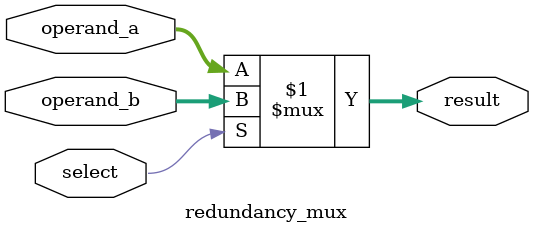
<source format=sv>
module redundancy_mux #(
  parameter int WIDTH = 32
) (
  input  logic [WIDTH-1:0]  operand_a,
  input  logic [WIDTH-1:0]  operand_b,

  input  logic              select,

  output logic [WIDTH-1:0]  result
);

    assign result = select ? operand_b : operand_a;


endmodule

</source>
